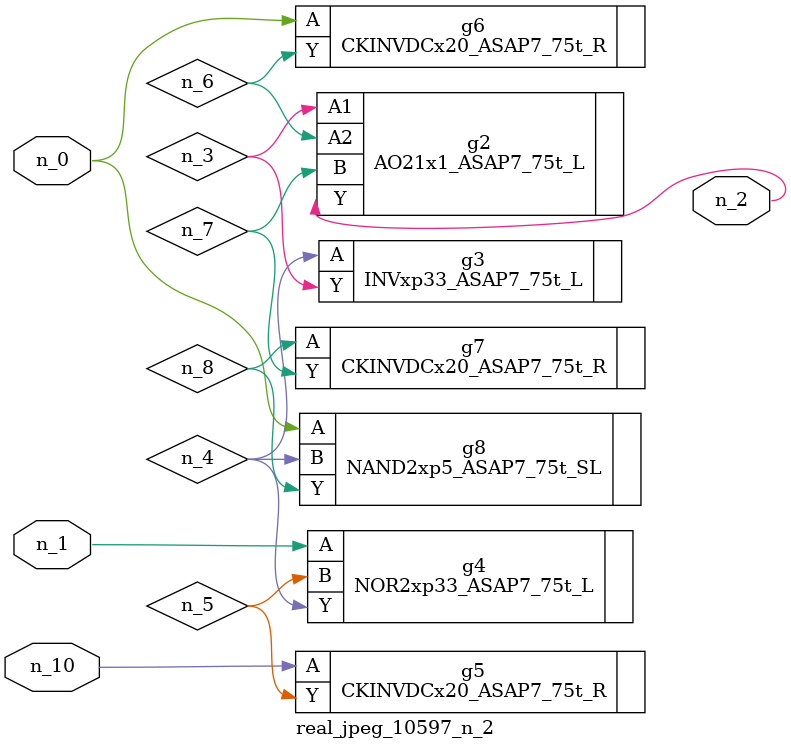
<source format=v>
module real_jpeg_10597_n_2 (n_1, n_10, n_0, n_2);

input n_1;
input n_10;
input n_0;

output n_2;

wire n_5;
wire n_4;
wire n_8;
wire n_6;
wire n_7;
wire n_3;

CKINVDCx20_ASAP7_75t_R g6 ( 
.A(n_0),
.Y(n_6)
);

NAND2xp5_ASAP7_75t_SL g8 ( 
.A(n_0),
.B(n_4),
.Y(n_8)
);

NOR2xp33_ASAP7_75t_L g4 ( 
.A(n_1),
.B(n_5),
.Y(n_4)
);

AO21x1_ASAP7_75t_L g2 ( 
.A1(n_3),
.A2(n_6),
.B(n_7),
.Y(n_2)
);

INVxp33_ASAP7_75t_L g3 ( 
.A(n_4),
.Y(n_3)
);

CKINVDCx20_ASAP7_75t_R g7 ( 
.A(n_8),
.Y(n_7)
);

CKINVDCx20_ASAP7_75t_R g5 ( 
.A(n_10),
.Y(n_5)
);


endmodule
</source>
